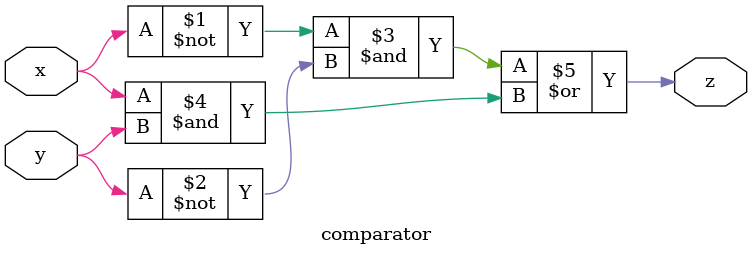
<source format=v>


module comparator(
    input x,
    input y,
    output z
);
 
assign z = (~x & ~y) |(x & y);
 
endmodule



</source>
